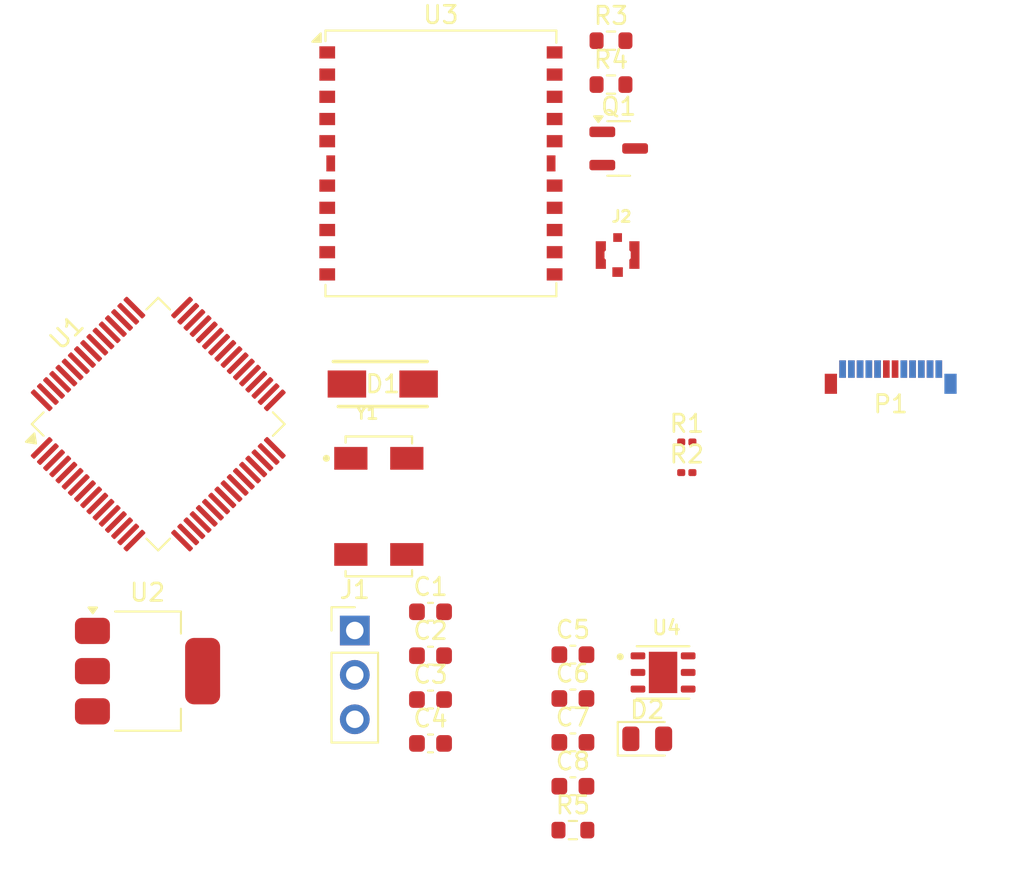
<source format=kicad_pcb>
(kicad_pcb (version 20240108) (generator "pcbnew") (generator_version "8.0")
  (layers (0 "F.Cu" signal) (31 "B.Cu" signal) (34 "B.Paste" user) (35 "F.Paste" user) (36 "B.SilkS" user "B.Silkscreen") (37 "F.SilkS" user "F.Silkscreen") (38 "B.Mask" user) (39 "F.Mask" user) (44 "Edge.Cuts" user))
  (net 0 "")
  (net 1 "Net-(C1-Pad2)")
  (net 2 "GND")
  (net 3 "Net-(C2-Pad2)")
  (net 4 "VIN")
  (net 5 "Net-(U2-VO)")
  (net 6 "Net-(J1-Pin_3)")
  (net 41 "Net-(U1-VSS-Pad18)")
  (net 42 "Net-(U1-PC15)")
  (net 54 "Net-(U1-PC14)")
  (net 67 "Net-(Q1-S)")
  (net 68 "Net-(Q1-G)")
  (net 69 "RESET_GPS")
  (net 70 "GPS_RX")
  (net 71 "GPS_TX")
  (net 85 "Net-(U3-RFIN)")
  (net 86 "Net-(P1-VBUS-PadA4)")
  (net 91 "ALIM")
  (net 92 "+3.3V")
  (net 93 "Net-(D2-A)")
  (footprint "Resistor_SMD:R_0603_1608Metric" (layer "F.Cu") (at 125.8765 34.221)
    (property "Reference" "R3" (at 0 -1.43 0) (layer "F.SilkS"))
    (property "Value" "4.7k")
    (fp_line (start -0.237258 -0.5225) (end 0.237258 -0.5225) (stroke (width 0.12)) (layer "F.SilkS"))
    (fp_line (start -0.237258 0.5225) (end 0.237258 0.5225) (stroke (width 0.12)) (layer "F.SilkS"))
    (pad "1" smd roundrect (at -0.825 0) (size 0.8 0.95) (layers "F.Cu" "F.Paste" "F.Mask") (net 69 "RESET_GPS"))
    (pad "2" smd roundrect (at 0.825 0) (size 0.8 0.95) (layers "F.Cu" "F.Paste" "F.Mask") (net 68 "Net-(Q1-G)"))
  )
  (footprint "Capacitor_SMD:C_0603_1608Metric" (layer "F.Cu") (at 123.698 74.362)
    (property "Reference" "C7" (at 0 -1.43 0) (layer "F.SilkS"))
    (property "Value" "1uF")
    (fp_line (start -0.14058 -0.51) (end 0.14058 -0.51) (stroke (width 0.12)) (layer "F.SilkS"))
    (fp_line (start -0.14058 0.51) (end 0.14058 0.51) (stroke (width 0.12)) (layer "F.SilkS"))
    (pad "1" smd roundrect (at -0.775 0) (size 0.9 0.95) (layers "F.Cu" "F.Paste" "F.Mask") (net 92 "+3.3V"))
    (pad "2" smd roundrect (at 0.775 0) (size 0.9 0.95) (layers "F.Cu" "F.Paste" "F.Mask") (net 2 "GND"))
  )
  (footprint "LED_SMD:LED_0805_2012Metric" (layer "F.Cu") (at 127.948 74.157)
    (property "Reference" "D2" (at 0 -1.65 0) (layer "F.SilkS"))
    (property "Value" "LED")
    (fp_line (start -1.685 -0.96) (end -1.685 0.96) (stroke (width 0.12)) (layer "F.SilkS"))
    (fp_line (start -1.685 0.96) (end 1 0.96) (stroke (width 0.12)) (layer "F.SilkS"))
    (fp_line (start 1 -0.96) (end -1.685 -0.96) (stroke (width 0.12)) (layer "F.SilkS"))
    (pad "1" smd roundrect (at -0.9375 0) (size 0.975 1.4) (layers "F.Cu" "F.Paste" "F.Mask") (net 2 "GND"))
    (pad "2" smd roundrect (at 0.9375 0) (size 0.975 1.4) (layers "F.Cu" "F.Paste" "F.Mask") (net 93 "Net-(D2-A)"))
  )
  (footprint "20449-001E-03:IPEX_20449-001E-03" (layer "F.Cu") (at 126.254 46.482)
    (property "Reference" "J2" (at 0.22855 -2.20313 0) (layer "F.SilkS") (effects (font (size 0.64063 0.64063))))
    (property "Value" "GPS_Antenne")
    (pad "1" smd rect (at 0 0.975) (size 0.6 0.55) (layers "F.Cu" "F.Paste" "F.Mask") (net 85 "Net-(U3-RFIN)"))
    (pad "2" smd custom (at 1 0) (size 0.5 1.58) (layers "F.Cu" "F.Paste" "F.Mask") (net 2 "GND") (options (clearance outline) (anchor rect)) (primitives (gr_poly (pts (xy -0.25 0.79) (xy -0.33 0.79) (xy -0.33 0.27) (xy -0.25 0.19) (xy -0.25 -0.19) (xy -0.33 -0.27) (xy -0.33 -0.79) (xy -0.25 -0.79)) (width 0.001) (fill yes))))
    (pad "3" smd custom (at -1 0) (size 0.5 1.58) (layers "F.Cu" "F.Paste" "F.Mask") (net 2 "GND") (options (clearance outline) (anchor rect)) (primitives (gr_poly (pts (xy 0.25 -0.79) (xy 0.33 -0.79) (xy 0.33 -0.27) (xy 0.25 -0.19) (xy 0.25 0.19) (xy 0.33 0.27) (xy 0.33 0.79) (xy 0.25 0.79)) (width 0.001) (fill yes))))
    (pad "4" smd rect (at 0 -1) (size 0.5 0.5) (layers "F.Cu" "F.Paste" "F.Mask") (net 2 "GND"))
  )
  (footprint "Capacitor_SMD:C_0201_0603Metric" (layer "F.Cu") (at 130.211 57.178)
    (property "Reference" "R1" (at 0 -1.05 0) (layer "F.SilkS"))
    (property "Value" "4.7k")
    (pad "1" smd roundrect (at -0.32 0) (size 0.46 0.4) (layers "F.Cu" "F.Mask") (net 1 "Net-(C1-Pad2)"))
    (pad "2" smd roundrect (at 0.32 0) (size 0.46 0.4) (layers "F.Cu" "F.Mask") (net 54 "Net-(U1-PC14)"))
  )
  (footprint "RF_GPS:Linx_RXM-GPS" (layer "F.Cu") (at 116.1515 41.241)
    (property "Reference" "U3" (at 0 -8.5 0) (layer "F.SilkS"))
    (property "Value" "RXM-GPS-FM")
    (fp_line (start -6.6 -7.6) (end 6.6 -7.6) (stroke (width 0.12)) (layer "F.SilkS"))
    (fp_line (start -6.6 -7) (end -6.6 -7.6) (stroke (width 0.12)) (layer "F.SilkS"))
    (fp_line (start -6.6 6.95) (end -6.6 7.6) (stroke (width 0.12)) (layer "F.SilkS"))
    (fp_line (start -6.6 7.6) (end 6.6 7.6) (stroke (width 0.12)) (layer "F.SilkS"))
    (fp_line (start 6.6 -7.6) (end 6.6 -6.9) (stroke (width 0.12)) (layer "F.SilkS"))
    (fp_line (start 6.6 7.6) (end 6.6 6.85) (stroke (width 0.12)) (layer "F.SilkS"))
    (fp_poly (pts (xy -6.87 -6.96) (xy -6.87 -7.44) (xy -7.35 -6.96)) (stroke (width 0.12)) (fill solid) (layer "F.SilkS"))
    (pad "1" smd rect (at -6.5 -6.35 90) (size 0.7 0.9) (layers "F.Cu" "F.Paste" "F.Mask"))
    (pad "2" smd rect (at -6.5 -5.08 90) (size 0.7 0.9) (layers "F.Cu" "F.Paste" "F.Mask"))
    (pad "3" smd rect (at -6.5 -3.81 90) (size 0.7 0.9) (layers "F.Cu" "F.Paste" "F.Mask"))
    (pad "4" smd rect (at -6.5 -2.54 90) (size 0.7 0.9) (layers "F.Cu" "F.Paste" "F.Mask") (net 71 "GPS_TX"))
    (pad "5" smd rect (at -6.5 -1.27 90) (size 0.7 0.9) (layers "F.Cu" "F.Paste" "F.Mask") (net 70 "GPS_RX"))
    (pad "6" smd rect (at -6.5 1.27 90) (size 0.7 0.9) (layers "F.Cu" "F.Paste" "F.Mask"))
    (pad "7" smd rect (at -6.5 2.54 90) (size 0.7 0.9) (layers "F.Cu" "F.Paste" "F.Mask"))
    (pad "8" smd rect (at -6.5 3.81 90) (size 0.7 0.9) (layers "F.Cu" "F.Paste" "F.Mask") (net 67 "Net-(Q1-S)"))
    (pad "9" smd rect (at -6.5 5.08 90) (size 0.7 0.9) (layers "F.Cu" "F.Paste" "F.Mask"))
    (pad "10" smd rect (at -6.5 6.35 90) (size 0.7 0.9) (layers "F.Cu" "F.Paste" "F.Mask"))
    (pad "11" smd rect (at 6.5 6.35 90) (size 0.7 0.9) (layers "F.Cu" "F.Paste" "F.Mask"))
    (pad "12" smd rect (at 6.5 5.08 90) (size 0.7 0.9) (layers "F.Cu" "F.Paste" "F.Mask"))
    (pad "13" smd rect (at 6.5 3.81 90) (size 0.7 0.9) (layers "F.Cu" "F.Paste" "F.Mask"))
    (pad "14" smd rect (at 6.5 2.54 90) (size 0.7 0.9) (layers "F.Cu" "F.Paste" "F.Mask"))
    (pad "15" smd rect (at 6.5 1.27 90) (size 0.7 0.9) (layers "F.Cu" "F.Paste" "F.Mask"))
    (pad "16" smd rect (at 6.5 -1.27 90) (size 0.7 0.9) (layers "F.Cu" "F.Paste" "F.Mask"))
    (pad "17" smd rect (at 6.5 -2.54 90) (size 0.7 0.9) (layers "F.Cu" "F.Paste" "F.Mask"))
    (pad "18" smd rect (at 6.5 -3.81 90) (size 0.7 0.9) (layers "F.Cu" "F.Paste" "F.Mask") (net 2 "GND"))
    (pad "19" smd rect (at 6.5 -5.08 90) (size 0.7 0.9) (layers "F.Cu" "F.Paste" "F.Mask") (net 85 "Net-(U3-RFIN)"))
    (pad "20" smd rect (at 6.5 -6.35 90) (size 0.7 0.9) (layers "F.Cu" "F.Paste" "F.Mask") (net 2 "GND"))
    (pad "21" smd rect (at -6.3 0 90) (size 0.92 0.5) (layers "F.Cu" "F.Paste" "F.Mask") (net 2 "GND"))
    (pad "22" smd rect (at 6.3 0 90) (size 0.92 0.5) (layers "F.Cu" "F.Paste" "F.Mask") (net 2 "GND"))
  )
  (footprint "Resistor_SMD:R_0603_1608Metric" (layer "F.Cu") (at 123.698 79.382)
    (property "Reference" "R5" (at 0 -1.43 0) (layer "F.SilkS"))
    (property "Value" "1k")
    (fp_line (start -0.237258 -0.5225) (end 0.237258 -0.5225) (stroke (width 0.12)) (layer "F.SilkS"))
    (fp_line (start -0.237258 0.5225) (end 0.237258 0.5225) (stroke (width 0.12)) (layer "F.SilkS"))
    (pad "1" smd roundrect (at -0.825 0) (size 0.8 0.95) (layers "F.Cu" "F.Paste" "F.Mask") (net 93 "Net-(D2-A)"))
    (pad "2" smd roundrect (at 0.825 0) (size 0.8 0.95) (layers "F.Cu" "F.Paste" "F.Mask") (net 91 "ALIM"))
  )
  (footprint "Resistor_SMD:R_0603_1608Metric" (layer "F.Cu") (at 125.8765 36.731)
    (property "Reference" "R4" (at 0 -1.43 0) (layer "F.SilkS"))
    (property "Value" "47k")
    (fp_line (start -0.237258 -0.5225) (end 0.237258 -0.5225) (stroke (width 0.12)) (layer "F.SilkS"))
    (fp_line (start -0.237258 0.5225) (end 0.237258 0.5225) (stroke (width 0.12)) (layer "F.SilkS"))
    (pad "1" smd roundrect (at -0.825 0) (size 0.8 0.95) (layers "F.Cu" "F.Paste" "F.Mask") (net 68 "Net-(Q1-G)"))
    (pad "2" smd roundrect (at 0.825 0) (size 0.8 0.95) (layers "F.Cu" "F.Paste" "F.Mask") (net 2 "GND"))
  )
  (footprint "ABS25-32.768KHZ-T:XTAL_ABS25-32.768KHZ-6-1-T" (layer "F.Cu") (at 112.602 60.862)
    (property "Reference" "Y1" (at -0.667658 -5.341229 0) (layer "F.SilkS") (effects (font (size 0.700943 0.700943))))
    (property "Value" "ABS25-32.768KHZ-T")
    (fp_line (start -1.9 -4) (end -1.9 -3.65) (stroke (width 0.127)) (layer "F.SilkS"))
    (fp_line (start -1.9 4) (end -1.9 3.7) (stroke (width 0.127)) (layer "F.SilkS"))
    (fp_line (start 1.9 -4) (end -1.9 -4) (stroke (width 0.127)) (layer "F.SilkS"))
    (fp_line (start 1.9 -3.6) (end 1.9 -4) (stroke (width 0.127)) (layer "F.SilkS"))
    (fp_line (start 1.9 3.65) (end 1.9 4) (stroke (width 0.127)) (layer "F.SilkS"))
    (fp_line (start 1.9 4) (end -1.9 4) (stroke (width 0.127)) (layer "F.SilkS"))
    (fp_circle (center -3 -2.75) (end -2.9 -2.75) (stroke (width 0.2)) (fill none) (layer "F.SilkS"))
    (pad "1" smd rect (at -1.6 -2.75) (size 1.9 1.3) (layers "F.Cu" "F.Paste" "F.Mask") (net 1 "Net-(C1-Pad2)"))
    (pad "2" smd rect (at -1.6 2.75) (size 1.9 1.3) (layers "F.Cu" "F.Paste" "F.Mask"))
    (pad "3" smd rect (at 1.6 2.75) (size 1.9 1.3) (layers "F.Cu" "F.Paste" "F.Mask"))
    (pad "4" smd rect (at 1.6 -2.75) (size 1.9 1.3) (layers "F.Cu" "F.Paste" "F.Mask") (net 3 "Net-(C2-Pad2)"))
  )
  (footprint "Package_TO_SOT_SMD:SOT-23" (layer "F.Cu") (at 126.3165 40.386)
    (property "Reference" "Q1" (at 0 -2.4 0) (layer "F.SilkS"))
    (property "Value" "2N7002E")
    (fp_line (start 0 -1.56) (end -0.65 -1.56) (stroke (width 0.12)) (layer "F.SilkS"))
    (fp_line (start 0 -1.56) (end 0.65 -1.56) (stroke (width 0.12)) (layer "F.SilkS"))
    (fp_line (start 0 1.56) (end -0.65 1.56) (stroke (width 0.12)) (layer "F.SilkS"))
    (fp_line (start 0 1.56) (end 0.65 1.56) (stroke (width 0.12)) (layer "F.SilkS"))
    (fp_poly (pts (xy -1.1625 -1.51) (xy -1.4025 -1.84) (xy -0.9225 -1.84) (xy -1.1625 -1.51)) (stroke (width 0.12)) (fill solid) (layer "F.SilkS"))
    (pad "1" smd roundrect (at -0.9375 -0.95) (size 1.475 0.6) (layers "F.Cu" "F.Paste" "F.Mask") (net 68 "Net-(Q1-G)"))
    (pad "2" smd roundrect (at -0.9375 0.95) (size 1.475 0.6) (layers "F.Cu" "F.Paste" "F.Mask") (net 67 "Net-(Q1-S)"))
    (pad "3" smd roundrect (at 0.9375 0) (size 1.475 0.6) (layers "F.Cu" "F.Paste" "F.Mask") (net 2 "GND"))
  )
  (footprint "Capacitor_SMD:C_0603_1608Metric" (layer "F.Cu") (at 115.557 74.422)
    (property "Reference" "C4" (at 0 -1.43 0) (layer "F.SilkS"))
    (property "Value" "10uF")
    (fp_line (start -0.14058 -0.51) (end 0.14058 -0.51) (stroke (width 0.12)) (layer "F.SilkS"))
    (fp_line (start -0.14058 0.51) (end 0.14058 0.51) (stroke (width 0.12)) (layer "F.SilkS"))
    (pad "1" smd roundrect (at -0.775 0) (size 0.9 0.95) (layers "F.Cu" "F.Paste" "F.Mask") (net 5 "Net-(U2-VO)"))
    (pad "2" smd roundrect (at 0.775 0) (size 0.9 0.95) (layers "F.Cu" "F.Paste" "F.Mask") (net 2 "GND"))
  )
  (footprint "STPS2L30A:DIOM5126X265N" (layer "F.Cu") (at 112.827 53.862)
    (property "Reference" "D1" (at 0 0 0) (layer "F.SilkS"))
    (property "Value" "STPS2L30A")
    (fp_line (start -2.538 1.288) (end 2.538 1.288) (stroke (width 0.2)) (layer "F.SilkS"))
    (fp_line (start 2.538 -1.288) (end -2.825 -1.288) (stroke (width 0.2)) (layer "F.SilkS"))
    (pad "1" smd rect (at -2.05 0) (size 2.2 1.55) (layers "F.Cu" "F.Paste" "F.Mask") (net 6 "Net-(J1-Pin_3)"))
    (pad "2" smd rect (at 2.05 0) (size 2.2 1.55) (layers "F.Cu" "F.Paste" "F.Mask") (net 5 "Net-(U2-VO)"))
  )
  (footprint "Capacitor_SMD:C_0603_1608Metric" (layer "F.Cu") (at 123.698 71.852)
    (property "Reference" "C6" (at 0 -1.43 0) (layer "F.SilkS"))
    (property "Value" "100nF")
    (fp_line (start -0.14058 -0.51) (end 0.14058 -0.51) (stroke (width 0.12)) (layer "F.SilkS"))
    (fp_line (start -0.14058 0.51) (end 0.14058 0.51) (stroke (width 0.12)) (layer "F.SilkS"))
    (pad "1" smd roundrect (at -0.775 0) (size 0.9 0.95) (layers "F.Cu" "F.Paste" "F.Mask") (net 91 "ALIM"))
    (pad "2" smd roundrect (at 0.775 0) (size 0.9 0.95) (layers "F.Cu" "F.Paste" "F.Mask") (net 2 "GND"))
  )
  (footprint "Capacitor_SMD:C_0603_1608Metric" (layer "F.Cu") (at 115.557 66.892)
    (property "Reference" "C1" (at 0 -1.43 0) (layer "F.SilkS"))
    (property "Value" "6.8pF")
    (fp_line (start -0.14058 -0.51) (end 0.14058 -0.51) (stroke (width 0.12)) (layer "F.SilkS"))
    (fp_line (start -0.14058 0.51) (end 0.14058 0.51) (stroke (width 0.12)) (layer "F.SilkS"))
    (pad "1" smd roundrect (at -0.775 0) (size 0.9 0.95) (layers "F.Cu" "F.Paste" "F.Mask") (net 2 "GND"))
    (pad "2" smd roundrect (at 0.775 0) (size 0.9 0.95) (layers "F.Cu" "F.Paste" "F.Mask") (net 1 "Net-(C1-Pad2)"))
  )
  (footprint "Capacitor_SMD:C_0603_1608Metric" (layer "F.Cu") (at 115.557 71.912)
    (property "Reference" "C3" (at 0 -1.43 0) (layer "F.SilkS"))
    (property "Value" "10uF")
    (fp_line (start -0.14058 -0.51) (end 0.14058 -0.51) (stroke (width 0.12)) (layer "F.SilkS"))
    (fp_line (start -0.14058 0.51) (end 0.14058 0.51) (stroke (width 0.12)) (layer "F.SilkS"))
    (pad "1" smd roundrect (at -0.775 0) (size 0.9 0.95) (layers "F.Cu" "F.Paste" "F.Mask") (net 4 "VIN"))
    (pad "2" smd roundrect (at 0.775 0) (size 0.9 0.95) (layers "F.Cu" "F.Paste" "F.Mask") (net 2 "GND"))
  )
  (footprint "Capacitor_SMD:C_0603_1608Metric" (layer "F.Cu") (at 123.698 69.342)
    (property "Reference" "C5" (at 0 -1.43 0) (layer "F.SilkS"))
    (property "Value" "1uF")
    (fp_line (start -0.14058 -0.51) (end 0.14058 -0.51) (stroke (width 0.12)) (layer "F.SilkS"))
    (fp_line (start -0.14058 0.51) (end 0.14058 0.51) (stroke (width 0.12)) (layer "F.SilkS"))
    (pad "1" smd roundrect (at -0.775 0) (size 0.9 0.95) (layers "F.Cu" "F.Paste" "F.Mask") (net 91 "ALIM"))
    (pad "2" smd roundrect (at 0.775 0) (size 0.9 0.95) (layers "F.Cu" "F.Paste" "F.Mask") (net 2 "GND"))
  )
  (footprint "Connector_PinHeader_2.54mm:PinHeader_1x03_P2.54mm_Vertical" (layer "F.Cu") (at 111.227 67.962)
    (property "Reference" "J1" (at 0 -2.33 0) (layer "F.SilkS"))
    (property "Value" "Conn_01x03_Pin")
    (fp_line (start -1.33 -1.33) (end 0 -1.33) (stroke (width 0.12)) (layer "F.SilkS"))
    (fp_line (start -1.33 0) (end -1.33 -1.33) (stroke (width 0.12)) (layer "F.SilkS"))
    (fp_line (start -1.33 1.27) (end -1.33 6.41) (stroke (width 0.12)) (layer "F.SilkS"))
    (fp_line (start -1.33 1.27) (end 1.33 1.27) (stroke (width 0.12)) (layer "F.SilkS"))
    (fp_line (start -1.33 6.41) (end 1.33 6.41) (stroke (width 0.12)) (layer "F.SilkS"))
    (fp_line (start 1.33 1.27) (end 1.33 6.41) (stroke (width 0.12)) (layer "F.SilkS"))
    (pad "1" thru_hole rect (at 0 0) (size 1.7 1.7) (drill 1) (layers "*.Cu" "*.Mask"))
    (pad "2" thru_hole oval (at 0 2.54) (size 1.7 1.7) (drill 1) (layers "*.Cu" "*.Mask") (net 91 "ALIM"))
    (pad "3" thru_hole oval (at 0 5.08) (size 1.7 1.7) (drill 1) (layers "*.Cu" "*.Mask") (net 6 "Net-(J1-Pin_3)"))
  )
  (footprint "LD39050PU33R:SON95P300X300X100-7N" (layer "F.Cu") (at 128.853 70.362)
    (property "Reference" "U4" (at 0.19458 -2.56026 0) (layer "F.SilkS") (effects (font (size 0.8 0.8))))
    (property "Value" "LD39050PU33R")
    (fp_line (start -1.5 -1.5) (end 1.5 -1.5) (stroke (width 0.127)) (layer "F.SilkS"))
    (fp_line (start 1.5 1.5) (end -1.5 1.5) (stroke (width 0.127)) (layer "F.SilkS"))
    (fp_circle (center -2.45 -0.9) (end -2.35 -0.9) (stroke (width 0.2)) (fill none) (layer "F.SilkS"))
    (pad "1" smd roundrect (at -1.435 -0.95) (size 0.84 0.4) (layers "F.Cu" "F.Paste" "F.Mask") (net 91 "ALIM"))
    (pad "2" smd roundrect (at -1.435 0) (size 0.84 0.4) (layers "F.Cu" "F.Paste" "F.Mask") (net 2 "GND"))
    (pad "3" smd roundrect (at -1.435 0.95) (size 0.84 0.4) (layers "F.Cu" "F.Paste" "F.Mask"))
    (pad "4" smd roundrect (at 1.435 0.95) (size 0.84 0.4) (layers "F.Cu" "F.Paste" "F.Mask") (net 92 "+3.3V"))
    (pad "5" smd roundrect (at 1.435 0) (size 0.84 0.4) (layers "F.Cu" "F.Paste" "F.Mask"))
    (pad "6" smd roundrect (at 1.435 -0.95) (size 0.84 0.4) (layers "F.Cu" "F.Paste" "F.Mask") (net 91 "ALIM"))
    (pad "7" smd rect (at 0 0) (size 1.625 2.365) (layers "F.Cu" "F.Mask") (net 2 "GND"))
  )
  (footprint "Capacitor_SMD:C_0201_0603Metric" (layer "F.Cu") (at 130.211 58.928)
    (property "Reference" "R2" (at 0 -1.05 0) (layer "F.SilkS"))
    (property "Value" "4.7k")
    (pad "1" smd roundrect (at -0.32 0) (size 0.46 0.4) (layers "F.Cu" "F.Mask") (net 3 "Net-(C2-Pad2)"))
    (pad "2" smd roundrect (at 0.32 0) (size 0.46 0.4) (layers "F.Cu" "F.Mask") (net 42 "Net-(U1-PC15)"))
  )
  (footprint "Package_QFP:LQFP-64_10x10mm_P0.5mm" (layer "F.Cu") (at 99.989 56.154 45)
    (property "Reference" "U1" (at 0 -7.4 45) (layer "F.SilkS"))
    (property "Value" "STM32L476RGTx")
    (fp_line (start -5.11 -5.11) (end -5.11 -4.16) (stroke (width 0.12)) (layer "F.SilkS"))
    (fp_line (start -4.16 -5.11) (end -5.11 -5.11) (stroke (width 0.12)) (layer "F.SilkS"))
    (fp_line (start 4.16 -5.11) (end 5.11 -5.11) (stroke (width 0.12)) (layer "F.SilkS"))
    (fp_line (start 5.11 -5.11) (end 5.11 -4.16) (stroke (width 0.12)) (layer "F.SilkS"))
    (fp_line (start -5.11 5.11) (end -5.11 4.16) (stroke (width 0.12)) (layer "F.SilkS"))
    (fp_line (start -4.16 5.11) (end -5.11 5.11) (stroke (width 0.12)) (layer "F.SilkS"))
    (fp_line (start 4.16 5.11) (end 5.11 5.11) (stroke (width 0.12)) (layer "F.SilkS"))
    (fp_line (start 5.11 5.11) (end 5.11 4.16) (stroke (width 0.12)) (layer "F.SilkS"))
    (fp_poly (pts (xy -5.725 -4.16) (xy -6.065 -4.63) (xy -5.385 -4.629999) (xy -5.725 -4.16)) (stroke (width 0.12)) (fill solid) (layer "F.SilkS"))
    (pad "1" smd roundrect (at -5.675 -3.749999 45) (size 1.55 0.3) (layers "F.Cu" "F.Paste" "F.Mask"))
    (pad "2" smd roundrect (at -5.675 -3.25 45) (size 1.55 0.3) (layers "F.Cu" "F.Paste" "F.Mask"))
    (pad "3" smd roundrect (at -5.675 -2.75 45) (size 1.55 0.3) (layers "F.Cu" "F.Paste" "F.Mask") (net 54 "Net-(U1-PC14)"))
    (pad "4" smd roundrect (at -5.675 -2.25 45) (size 1.55 0.3) (layers "F.Cu" "F.Paste" "F.Mask") (net 42 "Net-(U1-PC15)"))
    (pad "5" smd roundrect (at -5.675 -1.75 45) (size 1.55 0.3) (layers "F.Cu" "F.Paste" "F.Mask"))
    (pad "6" smd roundrect (at -5.675 -1.249999 45) (size 1.55 0.3) (layers "F.Cu" "F.Paste" "F.Mask"))
    (pad "7" smd roundrect (at -5.675 -0.75 45) (size 1.55 0.3) (layers "F.Cu" "F.Paste" "F.Mask"))
    (pad "8" smd roundrect (at -5.675 -0.25 45) (size 1.55 0.3) (layers "F.Cu" "F.Paste" "F.Mask"))
    (pad "9" smd roundrect (at -5.675 0.25 45) (size 1.55 0.3) (layers "F.Cu" "F.Paste" "F.Mask"))
    (pad "10" smd roundrect (at -5.675 0.75 45) (size 1.55 0.3) (layers "F.Cu" "F.Paste" "F.Mask"))
    (pad "11" smd roundrect (at -5.675 1.249999 45) (size 1.55 0.3) (layers "F.Cu" "F.Paste" "F.Mask"))
    (pad "12" smd roundrect (at -5.675 1.75 45) (size 1.55 0.3) (layers "F.Cu" "F.Paste" "F.Mask"))
    (pad "13" smd roundrect (at -5.675 2.25 45) (size 1.55 0.3) (layers "F.Cu" "F.Paste" "F.Mask"))
    (pad "14" smd roundrect (at -5.675 2.75 45) (size 1.55 0.3) (layers "F.Cu" "F.Paste" "F.Mask"))
    (pad "15" smd roundrect (at -5.675 3.25 45) (size 1.55 0.3) (layers "F.Cu" "F.Paste" "F.Mask"))
    (pad "16" smd roundrect (at -5.675 3.749999 45) (size 1.55 0.3) (layers "F.Cu" "F.Paste" "F.Mask"))
    (pad "17" smd roundrect (at -3.749999 5.675 45) (size 0.3 1.55) (layers "F.Cu" "F.Paste" "F.Mask"))
    (pad "18" smd roundrect (at -3.25 5.675 45) (size 0.3 1.55) (layers "F.Cu" "F.Paste" "F.Mask") (net 41 "Net-(U1-VSS-Pad18)"))
    (pad "19" smd roundrect (at -2.75 5.675 45) (size 0.3 1.55) (layers "F.Cu" "F.Paste" "F.Mask"))
    (pad "20" smd roundrect (at -2.25 5.675 45) (size 0.3 1.55) (layers "F.Cu" "F.Paste" "F.Mask"))
    (pad "21" smd roundrect (at -1.75 5.675 45) (size 0.3 1.55) (layers "F.Cu" "F.Paste" "F.Mask"))
    (pad "22" smd roundrect (at -1.249999 5.675 45) (size 0.3 1.55) (layers "F.Cu" "F.Paste" "F.Mask"))
    (pad "23" smd roundrect (at -0.75 5.675 45) (size 0.3 1.55) (layers "F.Cu" "F.Paste" "F.Mask"))
    (pad "24" smd roundrect (at -0.25 5.675 45) (size 0.3 1.55) (layers "F.Cu" "F.Paste" "F.Mask"))
    (pad "25" smd roundrect (at 0.25 5.675 45) (size 0.3 1.55) (layers "F.Cu" "F.Paste" "F.Mask"))
    (pad "26" smd roundrect (at 0.75 5.675 45) (size 0.3 1.55) (layers "F.Cu" "F.Paste" "F.Mask"))
    (pad "27" smd roundrect (at 1.249999 5.675 45) (size 0.3 1.55) (layers "F.Cu" "F.Paste" "F.Mask"))
    (pad "28" smd roundrect (at 1.75 5.675 45) (size 0.3 1.55) (layers "F.Cu" "F.Paste" "F.Mask"))
    (pad "29" smd roundrect (at 2.25 5.675 45) (size 0.3 1.55) (layers "F.Cu" "F.Paste" "F.Mask"))
    (pad "30" smd roundrect (at 2.75 5.675 45) (size 0.3 1.55) (layers "F.Cu" "F.Paste" "F.Mask"))
    (pad "31" smd roundrect (at 3.25 5.675 45) (size 0.3 1.55) (layers "F.Cu" "F.Paste" "F.Mask") (net 41 "Net-(U1-VSS-Pad18)"))
    (pad "32" smd roundrect (at 3.749999 5.675 45) (size 0.3 1.55) (layers "F.Cu" "F.Paste" "F.Mask"))
    (pad "33" smd roundrect (at 5.675 3.749999 45) (size 1.55 0.3) (layers "F.Cu" "F.Paste" "F.Mask"))
    (pad "34" smd roundrect (at 5.675 3.25 45) (size 1.55 0.3) (layers "F.Cu" "F.Paste" "F.Mask"))
    (pad "35" smd roundrect (at 5.675 2.75 45) (size 1.55 0.3) (layers "F.Cu" "F.Paste" "F.Mask"))
    (pad "36" smd roundrect (at 5.675 2.25 45) (size 1.55 0.3) (layers "F.Cu" "F.Paste" "F.Mask"))
    (pad "37" smd roundrect (at 5.675 1.75 45) (size 1.55 0.3) (layers "F.Cu" "F.Paste" "F.Mask"))
    (pad "38" smd roundrect (at 5.675 1.249999 45) (size 1.55 0.3) (layers "F.Cu" "F.Paste" "F.Mask"))
    (pad "39" smd roundrect (at 5.675 0.75 45) (size 1.55 0.3) (layers "F.Cu" "F.Paste" "F.Mask"))
    (pad "40" smd roundrect (at 5.675 0.25 45) (size 1.55 0.3) (layers "F.Cu" "F.Paste" "F.Mask"))
    (pad "41" smd roundrect (at 5.675 -0.25 45) (size 1.55 0.3) (layers "F.Cu" "F.Paste" "F.Mask"))
    (pad "42" smd roundrect (at 5.675 -0.75 45) (size 1.55 0.3) (layers "F.Cu" "F.Paste" "F.Mask") (net 70 "GPS_RX"))
    (pad "43" smd roundrect (at 5.675 -1.249999 45) (size 1.55 0.3) (layers "F.Cu" "F.Paste" "F.Mask") (net 71 "GPS_TX"))
    (pad "44" smd roundrect (at 5.675 -1.75 45) (size 1.55 0.3) (layers "F.Cu" "F.Paste" "F.Mask"))
    (pad "45" smd roundrect (at 5.675 -2.25 45) (size 1.55 0.3) (layers "F.Cu" "F.Paste" "F.Mask"))
    (pad "46" smd roundrect (at 5.675 -2.75 45) (size 1.55 0.3) (layers "F.Cu" "F.Paste" "F.Mask"))
    (pad "47" smd roundrect (at 5.675 -3.25 45) (size 1.55 0.3) (layers "F.Cu" "F.Paste" "F.Mask") (net 41 "Net-(U1-VSS-Pad18)"))
    (pad "48" smd roundrect (at 5.675 -3.749999 45) (size 1.55 0.3) (layers "F.Cu" "F.Paste" "F.Mask"))
    (pad "49" smd roundrect (at 3.749999 -5.675 45) (size 0.3 1.55) (layers "F.Cu" "F.Paste" "F.Mask"))
    (pad "50" smd roundrect (at 3.25 -5.675 45) (size 0.3 1.55) (layers "F.Cu" "F.Paste" "F.Mask"))
    (pad "51" smd roundrect (at 2.75 -5.675 45) (size 0.3 1.55) (layers "F.Cu" "F.Paste" "F.Mask"))
    (pad "52" smd roundrect (at 2.25 -5.675 45) (size 0.3 1.55) (layers "F.Cu" "F.Paste" "F.Mask"))
    (pad "53" smd roundrect (at 1.75 -5.675 45) (size 0.3 1.55) (layers "F.Cu" "F.Paste" "F.Mask"))
    (pad "54" smd roundrect (at 1.249999 -5.675 45) (size 0.3 1.55) (layers "F.Cu" "F.Paste" "F.Mask"))
    (pad "55" smd roundrect (at 0.75 -5.675 45) (size 0.3 1.55) (layers "F.Cu" "F.Paste" "F.Mask"))
    (pad "56" smd roundrect (at 0.25 -5.675 45) (size 0.3 1.55) (layers "F.Cu" "F.Paste" "F.Mask"))
    (pad "57" smd roundrect (at -0.25 -5.675 45) (size 0.3 1.55) (layers "F.Cu" "F.Paste" "F.Mask"))
    (pad "58" smd roundrect (at -0.75 -5.675 45) (size 0.3 1.55) (layers "F.Cu" "F.Paste" "F.Mask"))
    (pad "59" smd roundrect (at -1.249999 -5.675 45) (size 0.3 1.55) (layers "F.Cu" "F.Paste" "F.Mask"))
    (pad "60" smd roundrect (at -1.75 -5.675 45) (size 0.3 1.55) (layers "F.Cu" "F.Paste" "F.Mask"))
    (pad "61" smd roundrect (at -2.25 -5.675 45) (size 0.3 1.55) (layers "F.Cu" "F.Paste" "F.Mask"))
    (pad "62" smd roundrect (at -2.75 -5.675 45) (size 0.3 1.55) (layers "F.Cu" "F.Paste" "F.Mask"))
    (pad "63" smd roundrect (at -3.25 -5.675 45) (size 0.3 1.55) (layers "F.Cu" "F.Paste" "F.Mask") (net 41 "Net-(U1-VSS-Pad18)"))
    (pad "64" smd roundrect (at -3.749999 -5.675 45) (size 0.3 1.55) (layers "F.Cu" "F.Paste" "F.Mask"))
  )
  (footprint "Capacitor_SMD:C_0603_1608Metric" (layer "F.Cu") (at 115.557 69.402)
    (property "Reference" "C2" (at 0 -1.43 0) (layer "F.SilkS"))
    (property "Value" "6.8pF")
    (fp_line (start -0.14058 -0.51) (end 0.14058 -0.51) (stroke (width 0.12)) (layer "F.SilkS"))
    (fp_line (start -0.14058 0.51) (end 0.14058 0.51) (stroke (width 0.12)) (layer "F.SilkS"))
    (pad "1" smd roundrect (at -0.775 0) (size 0.9 0.95) (layers "F.Cu" "F.Paste" "F.Mask") (net 2 "GND"))
    (pad "2" smd roundrect (at 0.775 0) (size 0.9 0.95) (layers "F.Cu" "F.Paste" "F.Mask") (net 3 "Net-(C2-Pad2)"))
  )
  (footprint "Capacitor_SMD:C_0603_1608Metric" (layer "F.Cu") (at 123.698 76.872)
    (property "Reference" "C8" (at 0 -1.43 0) (layer "F.SilkS"))
    (property "Value" "100nF")
    (fp_line (start -0.14058 -0.51) (end 0.14058 -0.51) (stroke (width 0.12)) (layer "F.SilkS"))
    (fp_line (start -0.14058 0.51) (end 0.14058 0.51) (stroke (width 0.12)) (layer "F.SilkS"))
    (pad "1" smd roundrect (at -0.775 0) (size 0.9 0.95) (layers "F.Cu" "F.Paste" "F.Mask") (net 92 "+3.3V"))
    (pad "2" smd roundrect (at 0.775 0) (size 0.9 0.95) (layers "F.Cu" "F.Paste" "F.Mask") (net 2 "GND"))
  )
  (footprint "Connector_USB:USB_C_Plug_Molex_105444" (layer "F.Cu") (at 141.868 52.968)
    (property "Reference" "P1" (at 0 2.04 0) (layer "F.SilkS"))
    (property "Value" "USB_C_Plug_USB2.0")
    (pad "A1" smd rect (at -2.75 0.04) (size 0.38 1) (layers "F.Cu" "F.Paste" "F.Mask") (net 2 "GND"))
    (pad "A2" smd rect (at -2.25 0.04) (size 0.38 1) (layers "F.Cu" "F.Paste" "F.Mask"))
    (pad "A3" smd rect (at -1.75 0.04) (size 0.38 1) (layers "F.Cu" "F.Paste" "F.Mask"))
    (pad "A4" smd rect (at -1.25 0.04) (size 0.38 1) (layers "F.Cu" "F.Paste" "F.Mask") (net 86 "Net-(P1-VBUS-PadA4)"))
    (pad "A5" smd rect (at -0.75 0.04) (size 0.38 1) (layers "F.Cu" "F.Paste" "F.Mask"))
    (pad "A6" smd rect (at -0.25 0.04) (size 0.38 1) (layers "F.Cu" "F.Paste" "F.Mask"))
    (pad "A7" smd rect (at 0.25 0.04) (size 0.38 1) (layers "F.Cu" "F.Paste" "F.Mask"))
    (pad "A8" smd rect (at 0.75 0.04) (size 0.38 1) (layers "F.Cu" "F.Paste" "F.Mask"))
    (pad "A9" smd rect (at 1.25 0.04) (size 0.38 1) (layers "F.Cu" "F.Paste" "F.Mask") (net 86 "Net-(P1-VBUS-PadA4)"))
    (pad "A10" smd rect (at 1.75 0.04) (size 0.38 1) (layers "F.Cu" "F.Paste" "F.Mask"))
    (pad "A11" smd rect (at 2.25 0.04) (size 0.38 1) (layers "F.Cu" "F.Paste" "F.Mask"))
    (pad "A12" smd rect (at 2.75 0.04) (size 0.38 1) (layers "F.Cu" "F.Paste" "F.Mask") (net 2 "GND"))
    (pad "B1" smd rect (at 2.75 0.04) (size 0.38 1) (layers "B.Cu" "B.Paste" "B.Mask") (net 2 "GND"))
    (pad "B2" smd rect (at 2.25 0.04) (size 0.38 1) (layers "B.Cu" "B.Paste" "B.Mask"))
    (pad "B3" smd rect (at 1.75 0.04) (size 0.38 1) (layers "B.Cu" "B.Paste" "B.Mask"))
    (pad "B4" smd rect (at 1.25 0.04) (size 0.38 1) (layers "B.Cu" "B.Paste" "B.Mask") (net 86 "Net-(P1-VBUS-PadA4)"))
    (pad "B5" smd rect (at 0.75 0.04) (size 0.38 1) (layers "B.Cu" "B.Paste" "B.Mask"))
    (pad "B8" smd rect (at -0.75 0.04) (size 0.38 1) (layers "B.Cu" "B.Paste" "B.Mask"))
    (pad "B9" smd rect (at -1.25 0.04) (size 0.38 1) (layers "B.Cu" "B.Paste" "B.Mask") (net 86 "Net-(P1-VBUS-PadA4)"))
    (pad "B10" smd rect (at -1.75 0.04) (size 0.38 1) (layers "B.Cu" "B.Paste" "B.Mask"))
    (pad "B11" smd rect (at -2.25 0.04) (size 0.38 1) (layers "B.Cu" "B.Paste" "B.Mask"))
    (pad "B12" smd rect (at -2.75 0.04) (size 0.38 1) (layers "B.Cu" "B.Paste" "B.Mask") (net 2 "GND"))
    (pad "S1" smd rect (at -3.42 0.88) (size 0.7 1.15) (layers "F.Cu" "F.Paste" "F.Mask") (net 2 "GND"))
    (pad "S1" smd rect (at 3.42 0.88) (size 0.7 1.15) (layers "B.Cu" "B.Paste" "B.Mask") (net 2 "GND"))
  )
  (footprint "Package_TO_SOT_SMD:SOT-223-3_TabPin2" (layer "F.Cu") (at 99.377 70.287)
    (property "Reference" "U2" (at 0 -4.5 0) (layer "F.SilkS"))
    (property "Value" "LD1117S50TR_SOT223")
    (fp_line (start -1.85 -3.41) (end 1.91 -3.41) (stroke (width 0.12)) (layer "F.SilkS"))
    (fp_line (start -1.85 3.41) (end 1.91 3.41) (stroke (width 0.12)) (layer "F.SilkS"))
    (fp_line (start 1.91 -3.41) (end 1.91 -2.15) (stroke (width 0.12)) (layer "F.SilkS"))
    (fp_line (start 1.91 3.41) (end 1.91 2.15) (stroke (width 0.12)) (layer "F.SilkS"))
    (fp_poly (pts (xy -3.13 -3.31) (xy -3.37 -3.64) (xy -2.89 -3.64) (xy -3.13 -3.31)) (stroke (width 0.12)) (fill solid) (layer "F.SilkS"))
    (pad "1" smd roundrect (at -3.15 -2.3) (size 2 1.5) (layers "F.Cu" "F.Paste" "F.Mask") (net 2 "GND"))
    (pad "2" smd roundrect (at -3.15 0) (size 2 1.5) (layers "F.Cu" "F.Paste" "F.Mask") (net 5 "Net-(U2-VO)"))
    (pad "2" smd roundrect (at 3.15 0) (size 2 3.8) (layers "F.Cu" "F.Paste" "F.Mask") (net 5 "Net-(U2-VO)"))
    (pad "3" smd roundrect (at -3.15 2.3) (size 2 1.5) (layers "F.Cu" "F.Paste" "F.Mask") (net 4 "VIN"))
  )
)
</source>
